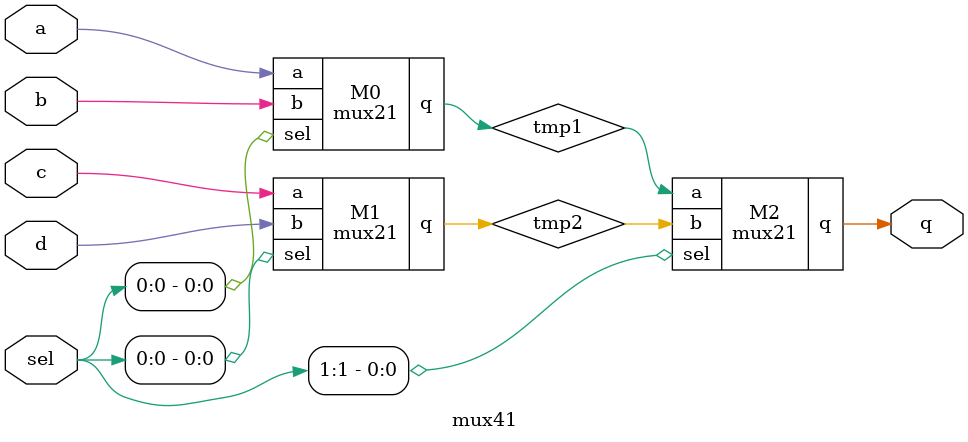
<source format=v>
module mux21(q, sel, a, b);

	output q;
	input a, b, sel;
	wire selbar, a1, a2;
	
//////////////////////////////////
	
	not ( selbar, sel );	
	and ( a1, selbar, a );
	and ( a2, sel, b );
	or ( q, a1, a2 );

endmodule

module mux41(
	output q,
	input [1:0] sel,
	input a,
	input b,
	input c,
	input d);

	wire tmp1, tmp2;
	
	mux21 M0( tmp1, sel[0], a, b );
	mux21 M1( tmp2, sel[0], c, d );
	mux21 M2( q, sel[1], tmp1, tmp2 );
	
endmodule
	
</source>
